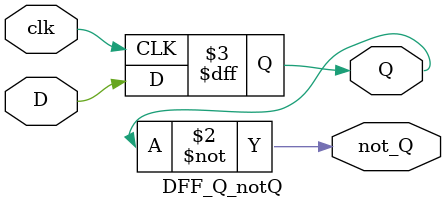
<source format=v>
module top_module (
    input clk,
    input x,
    output z
); 
wire xor_out,and_out,or_out;
reg q_0,q_1,q_2;
reg not_q1,not_q2;
assign xor_out = x^q_0;
DFF_Q_notQ u0 (
    .clk(clk),
    .D(xor_out),
    .Q(q_0),
    .not_Q()
    );

assign and_out = x&not_q1;
DFF_Q_notQ u1 (
    .clk(clk),
    .D(and_out),
    .Q(q_1),
    .not_Q(not_q1)
    );

assign or_out = x|not_q2;
DFF_Q_notQ u2 (
    .clk(clk),
    .D(or_out),
    .Q(q_2),
    .not_Q(not_q2)
    );

assign z = ~(q_0|q_1|q_2);

endmodule


module DFF_Q_notQ (
    input  clk,D,
    output reg Q,
    output wire not_Q
);
    always @(posedge clk) begin
        Q <= D;
    end

assign not_Q = ~Q;

endmodule
</source>
